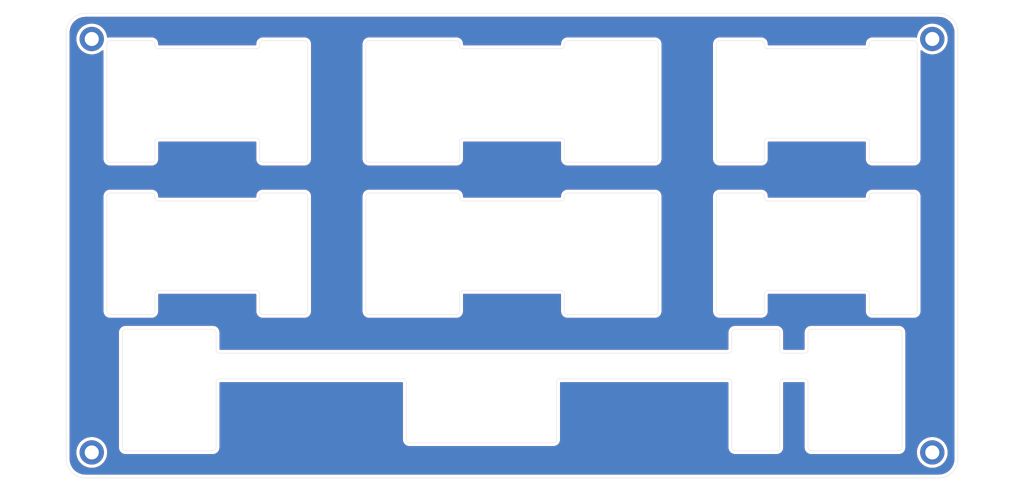
<source format=kicad_pcb>
(kicad_pcb (version 20171130) (host pcbnew "(5.1.10)-1")
  (layers (0 F.Cu signal) (31 B.Cu signal) (34 B.Paste user) (35 F.Paste user) (36 B.SilkS user) (37 F.SilkS user) (38 B.Mask user) (39 F.Mask user) (44 Edge.Cuts user))
  (net 0 "")
  (module MountingHole:MountingHole_2.2mm_M2_DIN965_Pad (layer F.Cu) (at 196.612 59.225)
    (fp_text reference REF** hide)
    (fp_text value MountingHole_2.2mm_M2_DIN965_Pad)
    (pad 1 thru_hole circle (at 0 0) (size 3.8 3.8) (drill 2.2) (layers *.Cu *.Mask))
  )
  (module MountingHole:MountingHole_2.2mm_M2_DIN965_Pad (layer F.Cu) (at 196.612 123.900001)
    (fp_text reference REF** hide)
    (fp_text value MountingHole_2.2mm_M2_DIN965_Pad)
    (pad 1 thru_hole circle (at 0 0) (size 3.8 3.8) (drill 2.2) (layers *.Cu *.Mask))
  )
  (module MountingHole:MountingHole_2.2mm_M2_DIN965_Pad (layer F.Cu) (at 65.262 123.900001)
    (fp_text reference REF** hide)
    (fp_text value MountingHole_2.2mm_M2_DIN965_Pad)
    (pad 1 thru_hole circle (at 0 0) (size 3.8 3.8) (drill 2.2) (layers *.Cu *.Mask))
  )
  (module MountingHole:MountingHole_2.2mm_M2_DIN965_Pad (layer F.Cu) (at 65.261999 59.225)
    (fp_text reference REF** hide)
    (fp_text value MountingHole_2.2mm_M2_DIN965_Pad)
    (pad 1 thru_hole circle (at 0 0) (size 3.8 3.8) (drill 2.2) (layers *.Cu *.Mask))
  )
  (gr_arc (start 108.605001 83.812502) (end 108.605001 83.312501) (angle -90) (layer Edge.Cuts) (width 0.05))
  (gr_line (start 139.625001 102.312501) (end 153.269 102.312501) (layer Edge.Cuts) (width 0.05))
  (gr_arc (start 153.269 83.812502) (end 153.769 83.812502) (angle -90) (layer Edge.Cuts) (width 0.05))
  (gr_line (start 153.769001 101.812501) (end 153.769 83.812502) (layer Edge.Cuts) (width 0.05))
  (gr_line (start 139.125001 83.812502) (end 139.125001 84.062502) (layer Edge.Cuts) (width 0.05))
  (gr_arc (start 139.625001 83.812502) (end 139.625001 83.312501) (angle -90) (layer Edge.Cuts) (width 0.05))
  (gr_arc (start 122.249001 83.812501) (end 122.749001 83.812501) (angle -90) (layer Edge.Cuts) (width 0.05))
  (gr_line (start 108.105001 83.812502) (end 108.105001 101.812501) (layer Edge.Cuts) (width 0.05))
  (gr_arc (start 153.269001 101.812502) (end 153.269 102.312501) (angle -90) (layer Edge.Cuts) (width 0.05))
  (gr_line (start 153.269 83.312502) (end 139.625001 83.312501) (layer Edge.Cuts) (width 0.05))
  (gr_line (start 108.605001 102.312501) (end 122.249001 102.312501) (layer Edge.Cuts) (width 0.05))
  (gr_arc (start 138.625001 99.062501) (end 139.125001 99.062501) (angle -90) (layer Edge.Cuts) (width 0.05))
  (gr_line (start 122.749001 101.812501) (end 122.749001 99.062501) (layer Edge.Cuts) (width 0.05))
  (gr_arc (start 122.249001 101.812502) (end 122.249001 102.312501) (angle -90) (layer Edge.Cuts) (width 0.05))
  (gr_arc (start 108.605001 101.812501) (end 108.105001 101.812501) (angle -90) (layer Edge.Cuts) (width 0.05))
  (gr_line (start 122.249001 83.312501) (end 108.605001 83.312501) (layer Edge.Cuts) (width 0.05))
  (gr_line (start 139.125001 99.062501) (end 139.125001 101.812501) (layer Edge.Cuts) (width 0.05))
  (gr_arc (start 123.249001 84.062501) (end 122.749001 84.062501) (angle -90) (layer Edge.Cuts) (width 0.05))
  (gr_line (start 138.625001 84.562502) (end 123.249001 84.562501) (layer Edge.Cuts) (width 0.05))
  (gr_line (start 123.249001 98.562501) (end 138.625001 98.562501) (layer Edge.Cuts) (width 0.05))
  (gr_arc (start 138.625001 84.062502) (end 138.625001 84.562502) (angle -90) (layer Edge.Cuts) (width 0.05))
  (gr_line (start 122.749001 84.062501) (end 122.749001 83.812501) (layer Edge.Cuts) (width 0.05))
  (gr_arc (start 123.249001 99.062501) (end 123.249001 98.562501) (angle -90) (layer Edge.Cuts) (width 0.05))
  (gr_arc (start 139.625001 101.812501) (end 139.125001 101.812501) (angle -90) (layer Edge.Cuts) (width 0.05))
  (gr_line (start 153.269 59.500002) (end 139.625001 59.500001) (layer Edge.Cuts) (width 0.05))
  (gr_arc (start 108.605001 78.000001) (end 108.105001 78.000001) (angle -90) (layer Edge.Cuts) (width 0.05))
  (gr_arc (start 108.605001 60.000001) (end 108.605001 59.500001) (angle -90) (layer Edge.Cuts) (width 0.05))
  (gr_line (start 122.249001 59.500001) (end 108.605001 59.500001) (layer Edge.Cuts) (width 0.05))
  (gr_arc (start 123.249001 60.250001) (end 122.749001 60.250001) (angle -90) (layer Edge.Cuts) (width 0.05))
  (gr_line (start 138.625001 60.750001) (end 123.249001 60.750001) (layer Edge.Cuts) (width 0.05))
  (gr_arc (start 138.625001 60.250002) (end 138.625001 60.750001) (angle -90) (layer Edge.Cuts) (width 0.05))
  (gr_line (start 123.249001 74.750001) (end 138.625001 74.750001) (layer Edge.Cuts) (width 0.05))
  (gr_line (start 139.125001 60.000001) (end 139.125001 60.250002) (layer Edge.Cuts) (width 0.05))
  (gr_arc (start 139.625001 60.000001) (end 139.625001 59.500001) (angle -90) (layer Edge.Cuts) (width 0.05))
  (gr_arc (start 153.269 60.000002) (end 153.769 60.000002) (angle -90) (layer Edge.Cuts) (width 0.05))
  (gr_arc (start 122.249001 78.000001) (end 122.249001 78.500001) (angle -90) (layer Edge.Cuts) (width 0.05))
  (gr_arc (start 139.625001 78.000001) (end 139.125001 78.000001) (angle -90) (layer Edge.Cuts) (width 0.05))
  (gr_arc (start 123.249001 75.250001) (end 123.249001 74.750001) (angle -90) (layer Edge.Cuts) (width 0.05))
  (gr_line (start 108.605001 78.500001) (end 122.249001 78.500001) (layer Edge.Cuts) (width 0.05))
  (gr_line (start 122.749001 78.000001) (end 122.749001 75.250001) (layer Edge.Cuts) (width 0.05))
  (gr_line (start 139.125001 75.250002) (end 139.125001 78.000001) (layer Edge.Cuts) (width 0.05))
  (gr_arc (start 122.249001 60.000001) (end 122.749001 60.000001) (angle -90) (layer Edge.Cuts) (width 0.05))
  (gr_line (start 122.749001 60.250001) (end 122.749001 60.000001) (layer Edge.Cuts) (width 0.05))
  (gr_arc (start 138.625001 75.250002) (end 139.125001 75.250002) (angle -90) (layer Edge.Cuts) (width 0.05))
  (gr_line (start 153.769 78.000001) (end 153.769 60.000002) (layer Edge.Cuts) (width 0.05))
  (gr_line (start 139.625 78.500001) (end 153.269 78.500001) (layer Edge.Cuts) (width 0.05))
  (gr_line (start 108.105001 60.000001) (end 108.105001 78.000001) (layer Edge.Cuts) (width 0.05))
  (gr_arc (start 153.269001 78.000002) (end 153.269 78.500001) (angle -90) (layer Edge.Cuts) (width 0.05))
  (gr_line (start 191.374999 123.625) (end 177.686999 123.625) (layer Edge.Cuts) (width 0.05))
  (gr_line (start 191.874999 105.125) (end 191.874999 123.125) (layer Edge.Cuts) (width 0.05))
  (gr_line (start 191.374999 104.625) (end 177.686999 104.625) (layer Edge.Cuts) (width 0.05))
  (gr_arc (start 191.374999 105.125) (end 191.874999 105.125) (angle -90) (layer Edge.Cuts) (width 0.05))
  (gr_arc (start 191.374999 123.125) (end 191.374999 123.625) (angle -90) (layer Edge.Cuts) (width 0.05))
  (gr_line (start 177.186999 112.875) (end 177.186999 123.125) (layer Edge.Cuts) (width 0.05))
  (gr_line (start 177.186999 105.125) (end 177.186999 107.875) (layer Edge.Cuts) (width 0.05))
  (gr_arc (start 177.686999 105.125) (end 177.686999 104.625) (angle -90) (layer Edge.Cuts) (width 0.05))
  (gr_arc (start 177.686999 123.125) (end 177.186999 123.125) (angle -90) (layer Edge.Cuts) (width 0.05))
  (gr_line (start 172.786999 112.875) (end 172.786999 123.125001) (layer Edge.Cuts) (width 0.05))
  (gr_line (start 172.786999 105.125001) (end 172.786999 107.875) (layer Edge.Cuts) (width 0.05))
  (gr_line (start 176.686999 108.375) (end 173.286999 108.375) (layer Edge.Cuts) (width 0.05))
  (gr_line (start 176.686999 112.375) (end 173.286999 112.375) (layer Edge.Cuts) (width 0.05))
  (gr_arc (start 176.686999 112.875) (end 177.186999 112.875) (angle -90) (layer Edge.Cuts) (width 0.05))
  (gr_arc (start 176.686999 107.875) (end 176.686999 108.375) (angle -90) (layer Edge.Cuts) (width 0.05))
  (gr_arc (start 173.286999 107.875) (end 172.786999 107.875) (angle -90) (layer Edge.Cuts) (width 0.05))
  (gr_arc (start 173.286999 112.875) (end 173.286999 112.375) (angle -90) (layer Edge.Cuts) (width 0.05))
  (gr_line (start 165.786999 104.625001) (end 172.286999 104.625001) (layer Edge.Cuts) (width 0.05))
  (gr_line (start 165.286999 107.875) (end 165.286999 105.125001) (layer Edge.Cuts) (width 0.05))
  (gr_line (start 165.286999 123.125001) (end 165.286999 112.875) (layer Edge.Cuts) (width 0.05))
  (gr_line (start 165.786999 123.625001) (end 172.286999 123.625001) (layer Edge.Cuts) (width 0.05))
  (gr_arc (start 165.786999 123.125001) (end 165.286999 123.125001) (angle -90) (layer Edge.Cuts) (width 0.05))
  (gr_arc (start 172.286999 123.125001) (end 172.286999 123.625001) (angle -90) (layer Edge.Cuts) (width 0.05))
  (gr_arc (start 172.286999 105.125001) (end 172.786999 105.125001) (angle -90) (layer Edge.Cuts) (width 0.05))
  (gr_arc (start 165.786999 105.125001) (end 165.786999 104.625001) (angle -90) (layer Edge.Cuts) (width 0.05))
  (gr_arc (start 164.786999 107.875) (end 164.786999 108.375) (angle -90) (layer Edge.Cuts) (width 0.05))
  (gr_arc (start 164.786999 112.875) (end 165.286999 112.875) (angle -90) (layer Edge.Cuts) (width 0.05))
  (gr_line (start 164.786999 112.375) (end 138.411999 112.375001) (layer Edge.Cuts) (width 0.05))
  (gr_line (start 114.411999 121.875001) (end 114.411999 112.875001) (layer Edge.Cuts) (width 0.05))
  (gr_line (start 137.411999 122.375001) (end 114.911999 122.375001) (layer Edge.Cuts) (width 0.05))
  (gr_line (start 137.911999 112.875001) (end 137.911999 121.875001) (layer Edge.Cuts) (width 0.05))
  (gr_arc (start 138.411999 112.875001) (end 138.411999 112.375001) (angle -90) (layer Edge.Cuts) (width 0.05))
  (gr_arc (start 137.411999 121.875001) (end 137.411999 122.375001) (angle -90) (layer Edge.Cuts) (width 0.05))
  (gr_arc (start 114.911999 121.875001) (end 114.411999 121.875001) (angle -90) (layer Edge.Cuts) (width 0.05))
  (gr_line (start 164.786999 108.375) (end 85.187 108.375001) (layer Edge.Cuts) (width 0.05))
  (gr_line (start 84.687 107.875001) (end 84.687 105.125001) (layer Edge.Cuts) (width 0.05))
  (gr_line (start 84.687 112.875001) (end 84.687 123.125001) (layer Edge.Cuts) (width 0.05))
  (gr_line (start 113.911999 112.375001) (end 85.187 112.375001) (layer Edge.Cuts) (width 0.05))
  (gr_arc (start 113.911999 112.875001) (end 114.411999 112.875001) (angle -90) (layer Edge.Cuts) (width 0.05))
  (gr_arc (start 85.187 107.875001) (end 84.687 107.875001) (angle -90) (layer Edge.Cuts) (width 0.05))
  (gr_arc (start 85.187 112.875001) (end 85.187 112.375001) (angle -90) (layer Edge.Cuts) (width 0.05))
  (gr_line (start 70.536999 123.625) (end 84.187 123.625001) (layer Edge.Cuts) (width 0.05))
  (gr_arc (start 84.187 123.125001) (end 84.187 123.625001) (angle -90) (layer Edge.Cuts) (width 0.05))
  (gr_line (start 84.187 104.625001) (end 70.536999 104.625) (layer Edge.Cuts) (width 0.05))
  (gr_arc (start 84.187 105.125001) (end 84.687 105.125001) (angle -90) (layer Edge.Cuts) (width 0.05))
  (gr_line (start 70.036999 123.125) (end 70.036999 105.125) (layer Edge.Cuts) (width 0.05))
  (gr_arc (start 70.536999 123.125) (end 70.036999 123.125) (angle -90) (layer Edge.Cuts) (width 0.05))
  (gr_arc (start 70.536999 105.125) (end 70.536999 104.625) (angle -90) (layer Edge.Cuts) (width 0.05))
  (gr_arc (start 163.374001 101.812501) (end 162.874001 101.812501) (angle -90) (layer Edge.Cuts) (width 0.05))
  (gr_line (start 170.374001 83.812501) (end 170.374002 84.0625) (layer Edge.Cuts) (width 0.05))
  (gr_arc (start 169.874001 101.812501) (end 169.874001 102.312501) (angle -90) (layer Edge.Cuts) (width 0.05))
  (gr_arc (start 186.250002 84.062501) (end 186.250002 84.562501) (angle -90) (layer Edge.Cuts) (width 0.05))
  (gr_arc (start 169.874001 83.812501) (end 170.374001 83.812501) (angle -90) (layer Edge.Cuts) (width 0.05))
  (gr_line (start 186.250002 98.562501) (end 170.874002 98.5625) (layer Edge.Cuts) (width 0.05))
  (gr_line (start 163.374001 102.312501) (end 169.874001 102.312501) (layer Edge.Cuts) (width 0.05))
  (gr_line (start 170.374002 99.0625) (end 170.374001 101.812501) (layer Edge.Cuts) (width 0.05))
  (gr_line (start 68.124 102.312501) (end 74.624 102.312501) (layer Edge.Cuts) (width 0.05))
  (gr_arc (start 68.124 101.812501) (end 67.624 101.812501) (angle -90) (layer Edge.Cuts) (width 0.05))
  (gr_line (start 91.000001 98.562501) (end 75.624001 98.5625) (layer Edge.Cuts) (width 0.05))
  (gr_line (start 75.124001 99.0625) (end 75.124 101.812501) (layer Edge.Cuts) (width 0.05))
  (gr_arc (start 163.374001 83.812501) (end 163.374001 83.312501) (angle -90) (layer Edge.Cuts) (width 0.05))
  (gr_arc (start 74.624 83.812501) (end 75.124 83.812501) (angle -90) (layer Edge.Cuts) (width 0.05))
  (gr_line (start 186.750002 84.062501) (end 186.750002 83.812501) (layer Edge.Cuts) (width 0.05))
  (gr_arc (start 74.624 101.812501) (end 74.624 102.312501) (angle -90) (layer Edge.Cuts) (width 0.05))
  (gr_line (start 163.374001 83.312501) (end 169.874001 83.312501) (layer Edge.Cuts) (width 0.05))
  (gr_line (start 186.750002 101.812501) (end 186.750002 99.062501) (layer Edge.Cuts) (width 0.05))
  (gr_line (start 75.124 83.812501) (end 75.124001 84.0625) (layer Edge.Cuts) (width 0.05))
  (gr_arc (start 91.000001 84.062501) (end 91.000001 84.562501) (angle -90) (layer Edge.Cuts) (width 0.05))
  (gr_line (start 170.874002 84.5625) (end 186.250002 84.562501) (layer Edge.Cuts) (width 0.05))
  (gr_arc (start 75.624001 99.0625) (end 75.624001 98.5625) (angle -90) (layer Edge.Cuts) (width 0.05))
  (gr_line (start 67.624 101.812501) (end 67.624 83.812501) (layer Edge.Cuts) (width 0.05))
  (gr_arc (start 193.750002 83.812501) (end 194.250002 83.812501) (angle -90) (layer Edge.Cuts) (width 0.05))
  (gr_arc (start 75.624001 84.0625) (end 75.124001 84.0625) (angle -90) (layer Edge.Cuts) (width 0.05))
  (gr_line (start 92.000001 83.312501) (end 98.500001 83.312501) (layer Edge.Cuts) (width 0.05))
  (gr_line (start 68.124 83.312501) (end 74.624 83.312501) (layer Edge.Cuts) (width 0.05))
  (gr_line (start 98.500001 102.312501) (end 92.000001 102.312501) (layer Edge.Cuts) (width 0.05))
  (gr_arc (start 92.000001 101.812501) (end 91.500001 101.812501) (angle -90) (layer Edge.Cuts) (width 0.05))
  (gr_arc (start 170.874002 99.0625) (end 170.874002 98.5625) (angle -90) (layer Edge.Cuts) (width 0.05))
  (gr_line (start 99.000001 83.812501) (end 99.000001 101.812501) (layer Edge.Cuts) (width 0.05))
  (gr_line (start 194.250002 83.812501) (end 194.250002 101.812501) (layer Edge.Cuts) (width 0.05))
  (gr_line (start 91.500001 101.812501) (end 91.500001 99.062501) (layer Edge.Cuts) (width 0.05))
  (gr_arc (start 92.000001 83.812501) (end 92.000001 83.312501) (angle -90) (layer Edge.Cuts) (width 0.05))
  (gr_line (start 193.750002 102.312501) (end 187.250002 102.312501) (layer Edge.Cuts) (width 0.05))
  (gr_arc (start 187.250002 101.812501) (end 186.750002 101.812501) (angle -90) (layer Edge.Cuts) (width 0.05))
  (gr_arc (start 68.124 83.812501) (end 68.124 83.312501) (angle -90) (layer Edge.Cuts) (width 0.05))
  (gr_arc (start 91.000001 99.062501) (end 91.500001 99.062501) (angle -90) (layer Edge.Cuts) (width 0.05))
  (gr_line (start 75.624001 84.5625) (end 91.000001 84.562501) (layer Edge.Cuts) (width 0.05))
  (gr_arc (start 98.500001 83.812501) (end 99.000001 83.812501) (angle -90) (layer Edge.Cuts) (width 0.05))
  (gr_arc (start 98.500001 101.812501) (end 98.500001 102.312501) (angle -90) (layer Edge.Cuts) (width 0.05))
  (gr_arc (start 187.250002 83.812501) (end 187.250002 83.312501) (angle -90) (layer Edge.Cuts) (width 0.05))
  (gr_line (start 91.500001 84.062501) (end 91.500001 83.812501) (layer Edge.Cuts) (width 0.05))
  (gr_line (start 162.874001 101.812501) (end 162.874001 83.812501) (layer Edge.Cuts) (width 0.05))
  (gr_arc (start 170.874002 84.0625) (end 170.374002 84.0625) (angle -90) (layer Edge.Cuts) (width 0.05))
  (gr_line (start 187.250002 83.312501) (end 193.750002 83.312501) (layer Edge.Cuts) (width 0.05))
  (gr_arc (start 186.250002 99.062501) (end 186.750002 99.062501) (angle -90) (layer Edge.Cuts) (width 0.05))
  (gr_arc (start 193.750002 101.812501) (end 193.750002 102.312501) (angle -90) (layer Edge.Cuts) (width 0.05))
  (gr_line (start 163.374 78.500001) (end 169.874 78.500001) (layer Edge.Cuts) (width 0.05))
  (gr_arc (start 163.374 78.000001) (end 162.874 78.000001) (angle -90) (layer Edge.Cuts) (width 0.05))
  (gr_line (start 186.250001 74.750001) (end 170.874001 74.75) (layer Edge.Cuts) (width 0.05))
  (gr_line (start 170.374001 75.25) (end 170.374 78.000001) (layer Edge.Cuts) (width 0.05))
  (gr_arc (start 169.874 60.000001) (end 170.374 60.000001) (angle -90) (layer Edge.Cuts) (width 0.05))
  (gr_arc (start 169.874 78.000001) (end 169.874 78.500001) (angle -90) (layer Edge.Cuts) (width 0.05))
  (gr_line (start 170.374 60.000001) (end 170.374001 60.25) (layer Edge.Cuts) (width 0.05))
  (gr_arc (start 186.250001 60.250001) (end 186.250001 60.750001) (angle -90) (layer Edge.Cuts) (width 0.05))
  (gr_arc (start 170.874001 75.25) (end 170.874001 74.75) (angle -90) (layer Edge.Cuts) (width 0.05))
  (gr_line (start 162.874 78.000001) (end 162.874 60.000001) (layer Edge.Cuts) (width 0.05))
  (gr_arc (start 170.874001 60.25) (end 170.374001 60.25) (angle -90) (layer Edge.Cuts) (width 0.05))
  (gr_line (start 187.250001 59.500001) (end 193.750001 59.500001) (layer Edge.Cuts) (width 0.05))
  (gr_line (start 163.374 59.500001) (end 169.874 59.500001) (layer Edge.Cuts) (width 0.05))
  (gr_line (start 193.750001 78.500001) (end 187.250001 78.500001) (layer Edge.Cuts) (width 0.05))
  (gr_arc (start 187.250001 78.000001) (end 186.750001 78.000001) (angle -90) (layer Edge.Cuts) (width 0.05))
  (gr_line (start 194.250001 60.000001) (end 194.250001 78.000001) (layer Edge.Cuts) (width 0.05))
  (gr_line (start 186.750001 78.000001) (end 186.750001 75.250001) (layer Edge.Cuts) (width 0.05))
  (gr_arc (start 187.250001 60.000001) (end 187.250001 59.500001) (angle -90) (layer Edge.Cuts) (width 0.05))
  (gr_arc (start 163.374 60.000001) (end 163.374 59.500001) (angle -90) (layer Edge.Cuts) (width 0.05))
  (gr_arc (start 186.250001 75.250001) (end 186.750001 75.250001) (angle -90) (layer Edge.Cuts) (width 0.05))
  (gr_line (start 170.874001 60.75) (end 186.250001 60.750001) (layer Edge.Cuts) (width 0.05))
  (gr_arc (start 193.750001 60.000001) (end 194.250001 60.000001) (angle -90) (layer Edge.Cuts) (width 0.05))
  (gr_arc (start 193.750001 78.000001) (end 193.750001 78.500001) (angle -90) (layer Edge.Cuts) (width 0.05))
  (gr_line (start 186.750001 60.250001) (end 186.750001 60.000001) (layer Edge.Cuts) (width 0.05))
  (gr_line (start 91 74.750001) (end 75.624 74.75) (layer Edge.Cuts) (width 0.05))
  (gr_line (start 91.5 78.000001) (end 91.5 75.250001) (layer Edge.Cuts) (width 0.05))
  (gr_line (start 98.5 78.500001) (end 92 78.500001) (layer Edge.Cuts) (width 0.05))
  (gr_line (start 99 60.000001) (end 99 78.000001) (layer Edge.Cuts) (width 0.05))
  (gr_line (start 92 59.500001) (end 98.5 59.500001) (layer Edge.Cuts) (width 0.05))
  (gr_line (start 91.5 60.250001) (end 91.5 60.000001) (layer Edge.Cuts) (width 0.05))
  (gr_line (start 75.624 60.75) (end 91 60.750001) (layer Edge.Cuts) (width 0.05))
  (gr_line (start 75.123999 60.000001) (end 75.124 60.25) (layer Edge.Cuts) (width 0.05))
  (gr_line (start 68.123999 59.500001) (end 74.623999 59.500001) (layer Edge.Cuts) (width 0.05))
  (gr_line (start 67.623999 78.000001) (end 67.623999 60.000001) (layer Edge.Cuts) (width 0.05))
  (gr_line (start 75.124 75.25) (end 75.123999 78.000001) (layer Edge.Cuts) (width 0.05))
  (gr_line (start 68.123999 78.500001) (end 74.623999 78.500001) (layer Edge.Cuts) (width 0.05))
  (gr_arc (start 75.624 75.25) (end 75.624 74.75) (angle -90) (layer Edge.Cuts) (width 0.05))
  (gr_arc (start 75.624 60.25) (end 75.124 60.25) (angle -90) (layer Edge.Cuts) (width 0.05))
  (gr_arc (start 91 60.250001) (end 91 60.750001) (angle -90) (layer Edge.Cuts) (width 0.05))
  (gr_arc (start 91 75.250001) (end 91.5 75.250001) (angle -90) (layer Edge.Cuts) (width 0.05))
  (gr_arc (start 92 60.000001) (end 92 59.500001) (angle -90) (layer Edge.Cuts) (width 0.05))
  (gr_arc (start 98.5 60.000001) (end 99 60.000001) (angle -90) (layer Edge.Cuts) (width 0.05))
  (gr_arc (start 98.5 78.000001) (end 98.5 78.500001) (angle -90) (layer Edge.Cuts) (width 0.05))
  (gr_arc (start 92 78.000001) (end 91.5 78.000001) (angle -90) (layer Edge.Cuts) (width 0.05))
  (gr_arc (start 74.623999 78.000001) (end 74.623999 78.500001) (angle -90) (layer Edge.Cuts) (width 0.05))
  (gr_arc (start 68.123999 78.000001) (end 67.623999 78.000001) (angle -90) (layer Edge.Cuts) (width 0.05))
  (gr_arc (start 74.623999 60.000001) (end 75.123999 60.000001) (angle -90) (layer Edge.Cuts) (width 0.05))
  (gr_arc (start 68.123999 60.000001) (end 68.123999 59.500001) (angle -90) (layer Edge.Cuts) (width 0.05))
  (gr_line (start 200.612 124.900001) (end 200.612 58.225) (layer Edge.Cuts) (width 0.05))
  (gr_line (start 64.262 127.900001) (end 197.612 127.900001) (layer Edge.Cuts) (width 0.05))
  (gr_line (start 61.261999 58.225) (end 61.262 124.900001) (layer Edge.Cuts) (width 0.05))
  (gr_line (start 197.612 55.225) (end 64.261999 55.225) (layer Edge.Cuts) (width 0.05))
  (gr_arc (start 197.612 58.225) (end 200.612 58.225) (angle -90) (layer Edge.Cuts) (width 0.05))
  (gr_arc (start 197.612 124.900001) (end 197.612 127.900001) (angle -90) (layer Edge.Cuts) (width 0.05))
  (gr_arc (start 64.262 124.900001) (end 61.262 124.900001) (angle -90) (layer Edge.Cuts) (width 0.05))
  (gr_arc (start 64.261999 58.225) (end 64.261999 55.225) (angle -90) (layer Edge.Cuts) (width 0.05))
  (zone (net 0) (net_name "") (layer F.Cu) (connect_pads (clearance 0.508)) (min_thickness 0.254) (fill yes (arc_segments 32) (thermal_gap 0.508) (thermal_bridge_width 0.508))
    (polygon (pts (xy 202.374999 129.125) (xy 60.374999 129.125) (xy 60.374999 53.125) (xy 202.374999 53.125)))
  )
  (zone (net 0) (net_name "") (layer B.Cu) (connect_pads (clearance 0.508)) (min_thickness 0.254) (fill yes (arc_segments 32) (thermal_gap 0.508) (thermal_bridge_width 0.508))
    (polygon (pts (xy 202.374999 129.125) (xy 60.374999 129.125) (xy 60.374999 53.125) (xy 202.374999 53.125)))
  )
)
</source>
